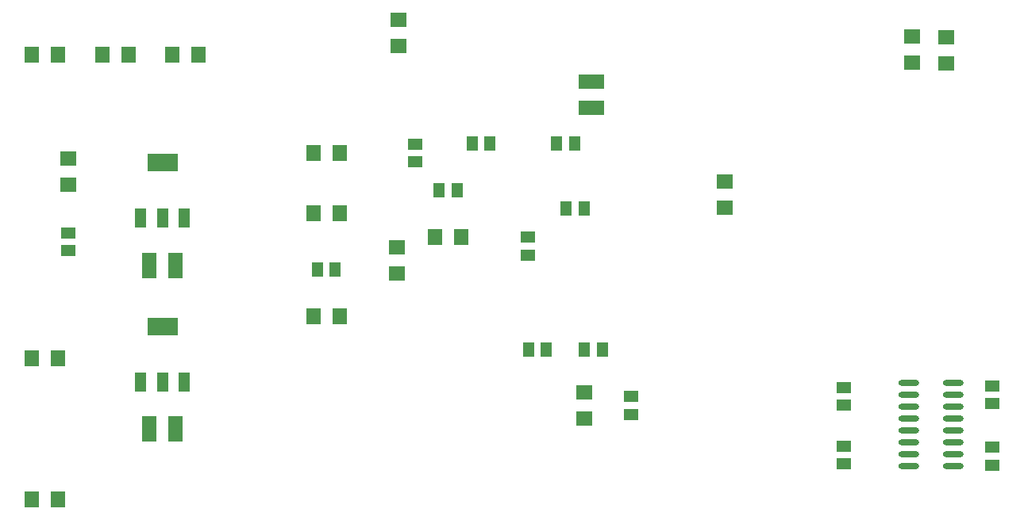
<source format=gbr>
G04 Layer_Color=128*
%FSLAX23Y23*%
%MOIN*%
%TF.FileFunction,Paste,Bot*%
%TF.Part,Single*%
G01*
G75*
%TA.AperFunction,SMDPad*%
%ADD11R,0.063X0.071*%
%TA.AperFunction,SMDPad*%
%ADD12O,0.087X0.024*%
%TA.AperFunction,SMDPad*%
%ADD13R,0.059X0.051*%
%TA.AperFunction,SMDPad*%
%ADD16R,0.051X0.059*%
%TA.AperFunction,SMDPad*%
%ADD37R,0.071X0.063*%
%TA.AperFunction,SMDPad*%
%ADD38R,0.125X0.075*%
%TA.AperFunction,SMDPad*%
%ADD39R,0.047X0.083*%
%TA.AperFunction,SMDPad*%
%ADD40R,0.063X0.106*%
%TA.AperFunction,SMDPad*%
%ADD41R,0.106X0.063*%
D11*
X2516Y3504D02*
D03*
X2406D02*
D03*
X2516Y3248D02*
D03*
X2406D02*
D03*
X2516Y2815D02*
D03*
X2406D02*
D03*
X3028Y3150D02*
D03*
X2917D02*
D03*
X1335Y3917D02*
D03*
X1224D02*
D03*
X1224Y2638D02*
D03*
X1335D02*
D03*
X1335Y2047D02*
D03*
X1224D02*
D03*
X1925Y3917D02*
D03*
X1815D02*
D03*
X1630D02*
D03*
X1520D02*
D03*
D12*
X4906Y2187D02*
D03*
Y2237D02*
D03*
Y2287D02*
D03*
Y2337D02*
D03*
Y2387D02*
D03*
Y2437D02*
D03*
Y2487D02*
D03*
Y2537D02*
D03*
X5094Y2187D02*
D03*
Y2237D02*
D03*
Y2287D02*
D03*
Y2337D02*
D03*
Y2387D02*
D03*
Y2437D02*
D03*
Y2487D02*
D03*
Y2537D02*
D03*
D13*
X3307Y3073D02*
D03*
Y3148D02*
D03*
X4635Y2195D02*
D03*
Y2269D02*
D03*
X4634Y2516D02*
D03*
Y2442D02*
D03*
X5258Y2265D02*
D03*
Y2191D02*
D03*
X5258Y2522D02*
D03*
Y2448D02*
D03*
X3740Y2404D02*
D03*
Y2478D02*
D03*
X2835Y3541D02*
D03*
Y3467D02*
D03*
X1378Y3167D02*
D03*
Y3093D02*
D03*
D16*
X3502Y3543D02*
D03*
X3427D02*
D03*
X3010Y3346D02*
D03*
X2935D02*
D03*
X3542Y3269D02*
D03*
X3468D02*
D03*
X3384Y2677D02*
D03*
X3309D02*
D03*
X3620D02*
D03*
X3545D02*
D03*
X3073Y3543D02*
D03*
X3148D02*
D03*
X2423Y3012D02*
D03*
X2498D02*
D03*
D37*
X4134Y3272D02*
D03*
Y3382D02*
D03*
X2764Y3953D02*
D03*
Y4063D02*
D03*
X2756Y2996D02*
D03*
Y3106D02*
D03*
X3543Y2386D02*
D03*
Y2496D02*
D03*
X4921Y3882D02*
D03*
Y3992D02*
D03*
X5065Y3990D02*
D03*
Y3880D02*
D03*
X1378Y3370D02*
D03*
Y3480D02*
D03*
D38*
X1772Y3463D02*
D03*
Y2774D02*
D03*
D39*
X1862Y3228D02*
D03*
X1772D02*
D03*
X1681D02*
D03*
Y2539D02*
D03*
X1772D02*
D03*
X1862D02*
D03*
D40*
X1827Y3031D02*
D03*
X1717D02*
D03*
X1827Y2343D02*
D03*
X1717D02*
D03*
D41*
X3573Y3802D02*
D03*
Y3692D02*
D03*
%TF.MD5,088C032348790FCBE18F53EF9F739B3E*%
M02*

</source>
